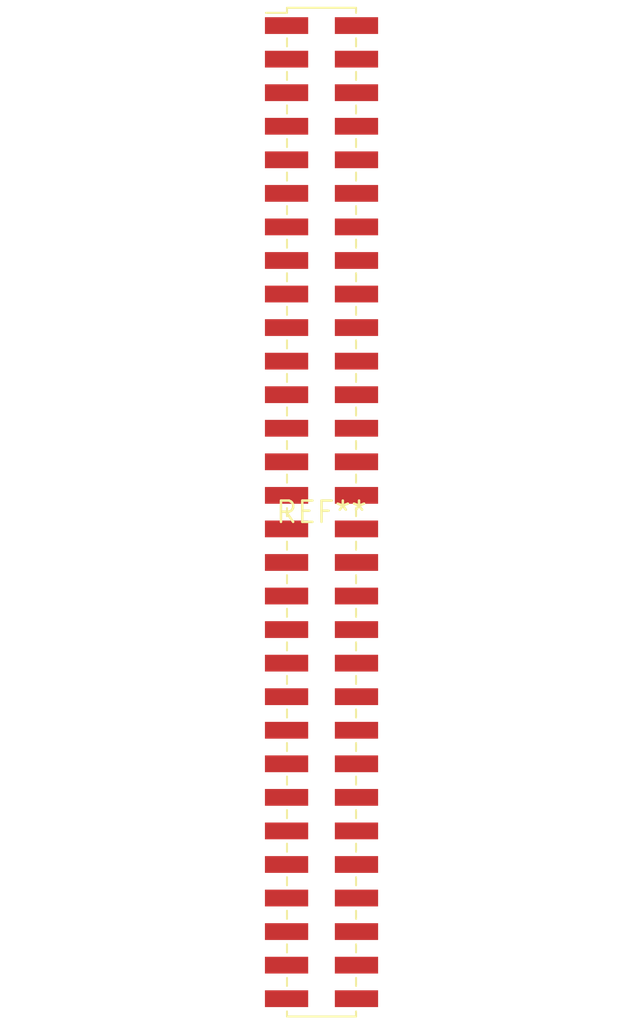
<source format=kicad_pcb>
(kicad_pcb (version 20240108) (generator pcbnew)
  (layers (0 "F.Cu" signal) (31 "B.Cu" signal) (34 "B.Paste" user) (35 "F.Paste" user) (36 "B.SilkS" user "B.Silkscreen") (37 "F.SilkS" user "F.Silkscreen") (38 "B.Mask" user) (39 "F.Mask" user) (44 "Edge.Cuts" user))
  (net 0 "")
  (footprint "PinHeader_2x30_P2.00mm_Vertical_SMD" (layer "F.Cu") (at 0 0)
    (property "Reference" "REF**")
    (property "Value" "PinHeader_2x30_P2.00mm_Vertical_SMD")
    (fp_line (start -3.315 -29.76) (end -2.06 -29.76) (layer "F.SilkS") (stroke (width 0.12)))
    (fp_line (start -2.06 -30.06) (end -2.06 -29.76) (layer "F.SilkS") (stroke (width 0.12)))
    (fp_line (start -2.06 -30.06) (end 2.06 -30.06) (layer "F.SilkS") (stroke (width 0.12)))
    (fp_line (start -2.06 -28.24) (end -2.06 -27.76) (layer "F.SilkS") (stroke (width 0.12)))
    (fp_line (start -2.06 -26.24) (end -2.06 -25.76) (layer "F.SilkS") (stroke (width 0.12)))
    (fp_line (start -2.06 -24.24) (end -2.06 -23.76) (layer "F.SilkS") (stroke (width 0.12)))
    (fp_line (start -2.06 -22.24) (end -2.06 -21.76) (layer "F.SilkS") (stroke (width 0.12)))
    (fp_line (start -2.06 -20.24) (end -2.06 -19.76) (layer "F.SilkS") (stroke (width 0.12)))
    (fp_line (start -2.06 -18.24) (end -2.06 -17.76) (layer "F.SilkS") (stroke (width 0.12)))
    (fp_line (start -2.06 -16.24) (end -2.06 -15.76) (layer "F.SilkS") (stroke (width 0.12)))
    (fp_line (start -2.06 -14.24) (end -2.06 -13.76) (layer "F.SilkS") (stroke (width 0.12)))
    (fp_line (start -2.06 -12.24) (end -2.06 -11.76) (layer "F.SilkS") (stroke (width 0.12)))
    (fp_line (start -2.06 -10.24) (end -2.06 -9.76) (layer "F.SilkS") (stroke (width 0.12)))
    (fp_line (start -2.06 -8.24) (end -2.06 -7.76) (layer "F.SilkS") (stroke (width 0.12)))
    (fp_line (start -2.06 -6.24) (end -2.06 -5.76) (layer "F.SilkS") (stroke (width 0.12)))
    (fp_line (start -2.06 -4.24) (end -2.06 -3.76) (layer "F.SilkS") (stroke (width 0.12)))
    (fp_line (start -2.06 -2.24) (end -2.06 -1.76) (layer "F.SilkS") (stroke (width 0.12)))
    (fp_line (start -2.06 -0.24) (end -2.06 0.24) (layer "F.SilkS") (stroke (width 0.12)))
    (fp_line (start -2.06 1.76) (end -2.06 2.24) (layer "F.SilkS") (stroke (width 0.12)))
    (fp_line (start -2.06 3.76) (end -2.06 4.24) (layer "F.SilkS") (stroke (width 0.12)))
    (fp_line (start -2.06 5.76) (end -2.06 6.24) (layer "F.SilkS") (stroke (width 0.12)))
    (fp_line (start -2.06 7.76) (end -2.06 8.24) (layer "F.SilkS") (stroke (width 0.12)))
    (fp_line (start -2.06 9.76) (end -2.06 10.24) (layer "F.SilkS") (stroke (width 0.12)))
    (fp_line (start -2.06 11.76) (end -2.06 12.24) (layer "F.SilkS") (stroke (width 0.12)))
    (fp_line (start -2.06 13.76) (end -2.06 14.24) (layer "F.SilkS") (stroke (width 0.12)))
    (fp_line (start -2.06 15.76) (end -2.06 16.24) (layer "F.SilkS") (stroke (width 0.12)))
    (fp_line (start -2.06 17.76) (end -2.06 18.24) (layer "F.SilkS") (stroke (width 0.12)))
    (fp_line (start -2.06 19.76) (end -2.06 20.24) (layer "F.SilkS") (stroke (width 0.12)))
    (fp_line (start -2.06 21.76) (end -2.06 22.24) (layer "F.SilkS") (stroke (width 0.12)))
    (fp_line (start -2.06 23.76) (end -2.06 24.24) (layer "F.SilkS") (stroke (width 0.12)))
    (fp_line (start -2.06 25.76) (end -2.06 26.24) (layer "F.SilkS") (stroke (width 0.12)))
    (fp_line (start -2.06 27.76) (end -2.06 28.24) (layer "F.SilkS") (stroke (width 0.12)))
    (fp_line (start -2.06 29.76) (end -2.06 30.06) (layer "F.SilkS") (stroke (width 0.12)))
    (fp_line (start -2.06 30.06) (end 2.06 30.06) (layer "F.SilkS") (stroke (width 0.12)))
    (fp_line (start 2.06 -30.06) (end 2.06 -29.76) (layer "F.SilkS") (stroke (width 0.12)))
    (fp_line (start 2.06 -28.24) (end 2.06 -27.76) (layer "F.SilkS") (stroke (width 0.12)))
    (fp_line (start 2.06 -26.24) (end 2.06 -25.76) (layer "F.SilkS") (stroke (width 0.12)))
    (fp_line (start 2.06 -24.24) (end 2.06 -23.76) (layer "F.SilkS") (stroke (width 0.12)))
    (fp_line (start 2.06 -22.24) (end 2.06 -21.76) (layer "F.SilkS") (stroke (width 0.12)))
    (fp_line (start 2.06 -20.24) (end 2.06 -19.76) (layer "F.SilkS") (stroke (width 0.12)))
    (fp_line (start 2.06 -18.24) (end 2.06 -17.76) (layer "F.SilkS") (stroke (width 0.12)))
    (fp_line (start 2.06 -16.24) (end 2.06 -15.76) (layer "F.SilkS") (stroke (width 0.12)))
    (fp_line (start 2.06 -14.24) (end 2.06 -13.76) (layer "F.SilkS") (stroke (width 0.12)))
    (fp_line (start 2.06 -12.24) (end 2.06 -11.76) (layer "F.SilkS") (stroke (width 0.12)))
    (fp_line (start 2.06 -10.24) (end 2.06 -9.76) (layer "F.SilkS") (stroke (width 0.12)))
    (fp_line (start 2.06 -8.24) (end 2.06 -7.76) (layer "F.SilkS") (stroke (width 0.12)))
    (fp_line (start 2.06 -6.24) (end 2.06 -5.76) (layer "F.SilkS") (stroke (width 0.12)))
    (fp_line (start 2.06 -4.24) (end 2.06 -3.76) (layer "F.SilkS") (stroke (width 0.12)))
    (fp_line (start 2.06 -2.24) (end 2.06 -1.76) (layer "F.SilkS") (stroke (width 0.12)))
    (fp_line (start 2.06 -0.24) (end 2.06 0.24) (layer "F.SilkS") (stroke (width 0.12)))
    (fp_line (start 2.06 1.76) (end 2.06 2.24) (layer "F.SilkS") (stroke (width 0.12)))
    (fp_line (start 2.06 3.76) (end 2.06 4.24) (layer "F.SilkS") (stroke (width 0.12)))
    (fp_line (start 2.06 5.76) (end 2.06 6.24) (layer "F.SilkS") (stroke (width 0.12)))
    (fp_line (start 2.06 7.76) (end 2.06 8.24) (layer "F.SilkS") (stroke (width 0.12)))
    (fp_line (start 2.06 9.76) (end 2.06 10.24) (layer "F.SilkS") (stroke (width 0.12)))
    (fp_line (start 2.06 11.76) (end 2.06 12.24) (layer "F.SilkS") (stroke (width 0.12)))
    (fp_line (start 2.06 13.76) (end 2.06 14.24) (layer "F.SilkS") (stroke (width 0.12)))
    (fp_line (start 2.06 15.76) (end 2.06 16.24) (layer "F.SilkS") (stroke (width 0.12)))
    (fp_line (start 2.06 17.76) (end 2.06 18.24) (layer "F.SilkS") (stroke (width 0.12)))
    (fp_line (start 2.06 19.76) (end 2.06 20.24) (layer "F.SilkS") (stroke (width 0.12)))
    (fp_line (start 2.06 21.76) (end 2.06 22.24) (layer "F.SilkS") (stroke (width 0.12)))
    (fp_line (start 2.06 23.76) (end 2.06 24.24) (layer "F.SilkS") (stroke (width 0.12)))
    (fp_line (start 2.06 25.76) (end 2.06 26.24) (layer "F.SilkS") (stroke (width 0.12)))
    (fp_line (start 2.06 27.76) (end 2.06 28.24) (layer "F.SilkS") (stroke (width 0.12)))
    (fp_line (start 2.06 29.76) (end 2.06 30.06) (layer "F.SilkS") (stroke (width 0.12)))
    (pad "1" smd rect (at -2.085 -29) (size 2.58 1) (layers "F.Cu" "F.Paste" "F.Mask"))
    (pad "2" smd rect (at 2.085 -29) (size 2.58 1) (layers "F.Cu" "F.Paste" "F.Mask"))
    (pad "3" smd rect (at -2.085 -27) (size 2.58 1) (layers "F.Cu" "F.Paste" "F.Mask"))
    (pad "4" smd rect (at 2.085 -27) (size 2.58 1) (layers "F.Cu" "F.Paste" "F.Mask"))
    (pad "5" smd rect (at -2.085 -25) (size 2.58 1) (layers "F.Cu" "F.Paste" "F.Mask"))
    (pad "6" smd rect (at 2.085 -25) (size 2.58 1) (layers "F.Cu" "F.Paste" "F.Mask"))
    (pad "7" smd rect (at -2.085 -23) (size 2.58 1) (layers "F.Cu" "F.Paste" "F.Mask"))
    (pad "8" smd rect (at 2.085 -23) (size 2.58 1) (layers "F.Cu" "F.Paste" "F.Mask"))
    (pad "9" smd rect (at -2.085 -21) (size 2.58 1) (layers "F.Cu" "F.Paste" "F.Mask"))
    (pad "10" smd rect (at 2.085 -21) (size 2.58 1) (layers "F.Cu" "F.Paste" "F.Mask"))
    (pad "11" smd rect (at -2.085 -19) (size 2.58 1) (layers "F.Cu" "F.Paste" "F.Mask"))
    (pad "12" smd rect (at 2.085 -19) (size 2.58 1) (layers "F.Cu" "F.Paste" "F.Mask"))
    (pad "13" smd rect (at -2.085 -17) (size 2.58 1) (layers "F.Cu" "F.Paste" "F.Mask"))
    (pad "14" smd rect (at 2.085 -17) (size 2.58 1) (layers "F.Cu" "F.Paste" "F.Mask"))
    (pad "15" smd rect (at -2.085 -15) (size 2.58 1) (layers "F.Cu" "F.Paste" "F.Mask"))
    (pad "16" smd rect (at 2.085 -15) (size 2.58 1) (layers "F.Cu" "F.Paste" "F.Mask"))
    (pad "17" smd rect (at -2.085 -13) (size 2.58 1) (layers "F.Cu" "F.Paste" "F.Mask"))
    (pad "18" smd rect (at 2.085 -13) (size 2.58 1) (layers "F.Cu" "F.Paste" "F.Mask"))
    (pad "19" smd rect (at -2.085 -11) (size 2.58 1) (layers "F.Cu" "F.Paste" "F.Mask"))
    (pad "20" smd rect (at 2.085 -11) (size 2.58 1) (layers "F.Cu" "F.Paste" "F.Mask"))
    (pad "21" smd rect (at -2.085 -9) (size 2.58 1) (layers "F.Cu" "F.Paste" "F.Mask"))
    (pad "22" smd rect (at 2.085 -9) (size 2.58 1) (layers "F.Cu" "F.Paste" "F.Mask"))
    (pad "23" smd rect (at -2.085 -7) (size 2.58 1) (layers "F.Cu" "F.Paste" "F.Mask"))
    (pad "24" smd rect (at 2.085 -7) (size 2.58 1) (layers "F.Cu" "F.Paste" "F.Mask"))
    (pad "25" smd rect (at -2.085 -5) (size 2.58 1) (layers "F.Cu" "F.Paste" "F.Mask"))
    (pad "26" smd rect (at 2.085 -5) (size 2.58 1) (layers "F.Cu" "F.Paste" "F.Mask"))
    (pad "27" smd rect (at -2.085 -3) (size 2.58 1) (layers "F.Cu" "F.Paste" "F.Mask"))
    (pad "28" smd rect (at 2.085 -3) (size 2.58 1) (layers "F.Cu" "F.Paste" "F.Mask"))
    (pad "29" smd rect (at -2.085 -1) (size 2.58 1) (layers "F.Cu" "F.Paste" "F.Mask"))
    (pad "30" smd rect (at 2.085 -1) (size 2.58 1) (layers "F.Cu" "F.Paste" "F.Mask"))
    (pad "31" smd rect (at -2.085 1) (size 2.58 1) (layers "F.Cu" "F.Paste" "F.Mask"))
    (pad "32" smd rect (at 2.085 1) (size 2.58 1) (layers "F.Cu" "F.Paste" "F.Mask"))
    (pad "33" smd rect (at -2.085 3) (size 2.58 1) (layers "F.Cu" "F.Paste" "F.Mask"))
    (pad "34" smd rect (at 2.085 3) (size 2.58 1) (layers "F.Cu" "F.Paste" "F.Mask"))
    (pad "35" smd rect (at -2.085 5) (size 2.58 1) (layers "F.Cu" "F.Paste" "F.Mask"))
    (pad "36" smd rect (at 2.085 5) (size 2.58 1) (layers "F.Cu" "F.Paste" "F.Mask"))
    (pad "37" smd rect (at -2.085 7) (size 2.58 1) (layers "F.Cu" "F.Paste" "F.Mask"))
    (pad "38" smd rect (at 2.085 7) (size 2.58 1) (layers "F.Cu" "F.Paste" "F.Mask"))
    (pad "39" smd rect (at -2.085 9) (size 2.58 1) (layers "F.Cu" "F.Paste" "F.Mask"))
    (pad "40" smd rect (at 2.085 9) (size 2.58 1) (layers "F.Cu" "F.Paste" "F.Mask"))
    (pad "41" smd rect (at -2.085 11) (size 2.58 1) (layers "F.Cu" "F.Paste" "F.Mask"))
    (pad "42" smd rect (at 2.085 11) (size 2.58 1) (layers "F.Cu" "F.Paste" "F.Mask"))
    (pad "43" smd rect (at -2.085 13) (size 2.58 1) (layers "F.Cu" "F.Paste" "F.Mask"))
    (pad "44" smd rect (at 2.085 13) (size 2.58 1) (layers "F.Cu" "F.Paste" "F.Mask"))
    (pad "45" smd rect (at -2.085 15) (size 2.58 1) (layers "F.Cu" "F.Paste" "F.Mask"))
    (pad "46" smd rect (at 2.085 15) (size 2.58 1) (layers "F.Cu" "F.Paste" "F.Mask"))
    (pad "47" smd rect (at -2.085 17) (size 2.58 1) (layers "F.Cu" "F.Paste" "F.Mask"))
    (pad "48" smd rect (at 2.085 17) (size 2.58 1) (layers "F.Cu" "F.Paste" "F.Mask"))
    (pad "49" smd rect (at -2.085 19) (size 2.58 1) (layers "F.Cu" "F.Paste" "F.Mask"))
    (pad "50" smd rect (at 2.085 19) (size 2.58 1) (layers "F.Cu" "F.Paste" "F.Mask"))
    (pad "51" smd rect (at -2.085 21) (size 2.58 1) (layers "F.Cu" "F.Paste" "F.Mask"))
    (pad "52" smd rect (at 2.085 21) (size 2.58 1) (layers "F.Cu" "F.Paste" "F.Mask"))
    (pad "53" smd rect (at -2.085 23) (size 2.58 1) (layers "F.Cu" "F.Paste" "F.Mask"))
    (pad "54" smd rect (at 2.085 23) (size 2.58 1) (layers "F.Cu" "F.Paste" "F.Mask"))
    (pad "55" smd rect (at -2.085 25) (size 2.58 1) (layers "F.Cu" "F.Paste" "F.Mask"))
    (pad "56" smd rect (at 2.085 25) (size 2.58 1) (layers "F.Cu" "F.Paste" "F.Mask"))
    (pad "57" smd rect (at -2.085 27) (size 2.58 1) (layers "F.Cu" "F.Paste" "F.Mask"))
    (pad "58" smd rect (at 2.085 27) (size 2.58 1) (layers "F.Cu" "F.Paste" "F.Mask"))
    (pad "59" smd rect (at -2.085 29) (size 2.58 1) (layers "F.Cu" "F.Paste" "F.Mask"))
    (pad "60" smd rect (at 2.085 29) (size 2.58 1) (layers "F.Cu" "F.Paste" "F.Mask"))
  )
)
</source>
